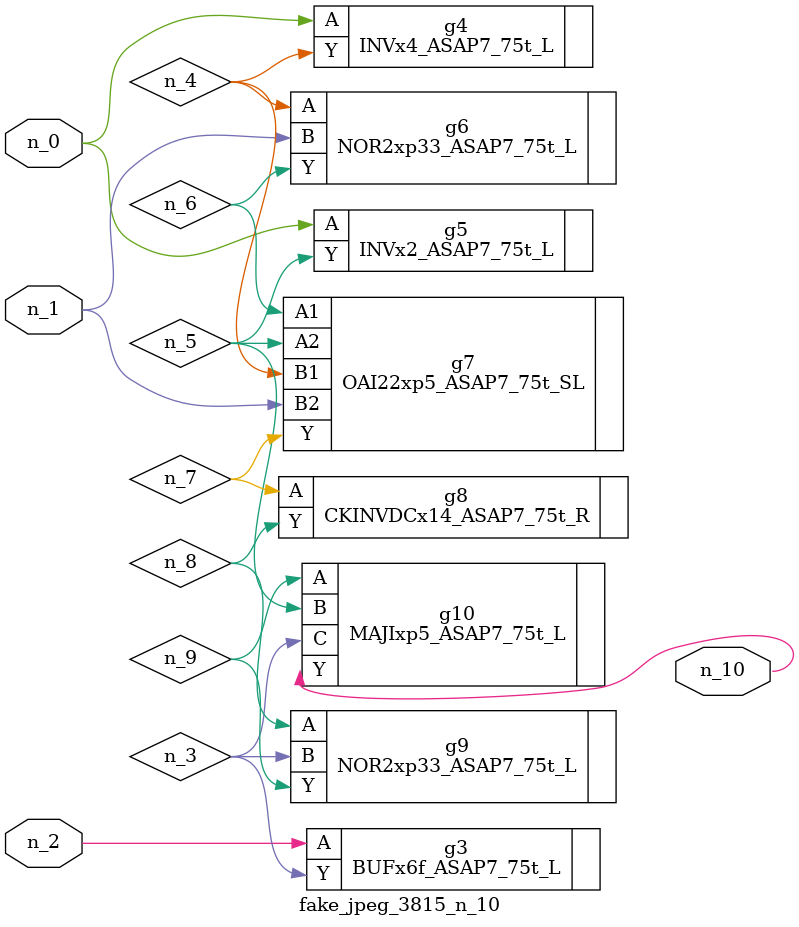
<source format=v>
module fake_jpeg_3815_n_10 (n_0, n_2, n_1, n_10);

input n_0;
input n_2;
input n_1;

output n_10;

wire n_3;
wire n_4;
wire n_8;
wire n_9;
wire n_6;
wire n_5;
wire n_7;

BUFx6f_ASAP7_75t_L g3 ( 
.A(n_2),
.Y(n_3)
);

INVx4_ASAP7_75t_L g4 ( 
.A(n_0),
.Y(n_4)
);

INVx2_ASAP7_75t_L g5 ( 
.A(n_0),
.Y(n_5)
);

NOR2xp33_ASAP7_75t_L g6 ( 
.A(n_4),
.B(n_1),
.Y(n_6)
);

OAI22xp5_ASAP7_75t_SL g7 ( 
.A1(n_6),
.A2(n_5),
.B1(n_4),
.B2(n_1),
.Y(n_7)
);

CKINVDCx14_ASAP7_75t_R g8 ( 
.A(n_7),
.Y(n_8)
);

NOR2xp33_ASAP7_75t_L g9 ( 
.A(n_8),
.B(n_3),
.Y(n_9)
);

MAJIxp5_ASAP7_75t_L g10 ( 
.A(n_9),
.B(n_5),
.C(n_3),
.Y(n_10)
);


endmodule
</source>
